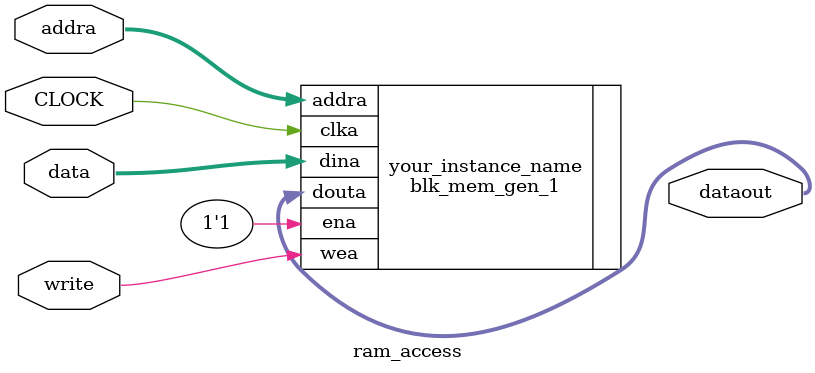
<source format=v>
`timescale 1ns / 1ps


module ram_access(
    input [9:0] addra,
    input CLOCK,
    input write,
    input [31:0] data,
    output [31:0] dataout
    );
    
    
    blk_mem_gen_1 your_instance_name (
      .clka(CLOCK),    // input wire clka
      .ena(1'b1),      // input wire ena
      .wea(write),      // input wire [0 : 0] wea
      .addra(addra),  // input wire [9 : 0] addra
      .dina(data),    // input wire [31 : 0] dina
      .douta(dataout)  // output wire [31 : 0] douta
    );
    
    
endmodule

</source>
